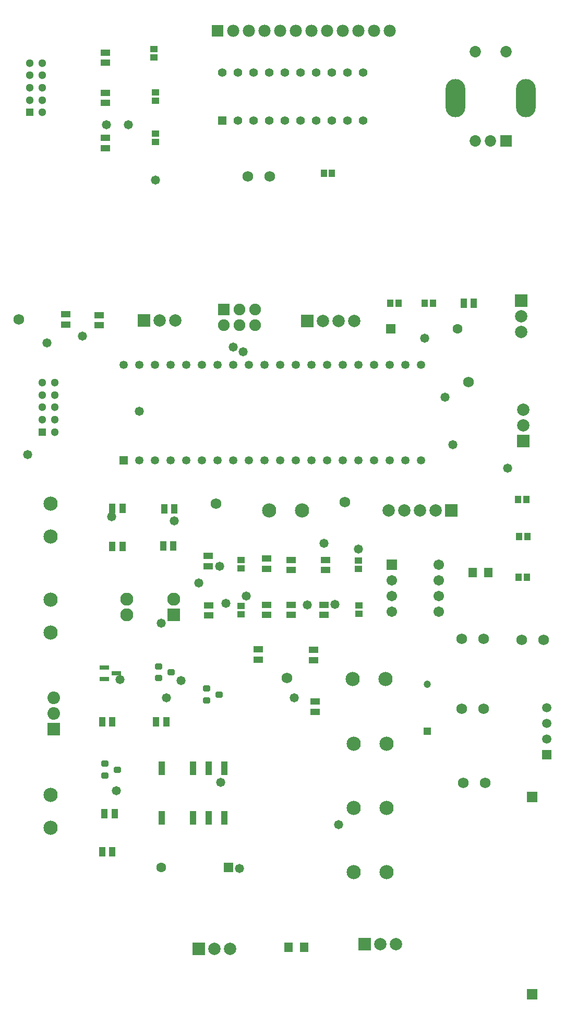
<source format=gts>
G04*
G04 #@! TF.GenerationSoftware,Altium Limited,Altium Designer,24.4.1 (13)*
G04*
G04 Layer_Color=8388736*
%FSLAX44Y44*%
%MOMM*%
G71*
G04*
G04 #@! TF.SameCoordinates,E03DAD19-A1D4-479A-945F-AA05C0C5925B*
G04*
G04*
G04 #@! TF.FilePolarity,Negative*
G04*
G01*
G75*
%ADD15R,1.5532X1.0532*%
%ADD16R,1.1532X1.0532*%
%ADD17R,1.0532X1.1532*%
%ADD18R,1.0532X1.5532*%
G04:AMPARAMS|DCode=19|XSize=1.1032mm|YSize=1.0032mm|CornerRadius=0.2016mm|HoleSize=0mm|Usage=FLASHONLY|Rotation=0.000|XOffset=0mm|YOffset=0mm|HoleType=Round|Shape=RoundedRectangle|*
%AMROUNDEDRECTD19*
21,1,1.1032,0.6000,0,0,0.0*
21,1,0.7000,1.0032,0,0,0.0*
1,1,0.4032,0.3500,-0.3000*
1,1,0.4032,-0.3500,-0.3000*
1,1,0.4032,-0.3500,0.3000*
1,1,0.4032,0.3500,0.3000*
%
%ADD19ROUNDEDRECTD19*%
%ADD20R,1.4632X1.6132*%
%ADD21R,1.0000X2.2000*%
%ADD22R,1.5432X0.8032*%
%ADD23R,1.7032X1.7032*%
%ADD24C,1.7032*%
%ADD25C,1.3000*%
%ADD26R,1.3000X1.3000*%
%ADD27C,1.7272*%
%ADD28C,1.2000*%
%ADD29R,1.2000X1.2000*%
%ADD30R,1.6000X1.6000*%
%ADD31C,1.6000*%
%ADD32C,2.3032*%
%ADD33C,1.4912*%
%ADD34R,1.4912X1.4912*%
%ADD35R,2.0032X2.0032*%
%ADD36C,2.0032*%
%ADD37R,1.7272X1.7272*%
%ADD38R,2.0482X2.0482*%
%ADD39C,2.0482*%
%ADD40R,2.1082X2.1082*%
%ADD41C,2.1082*%
%ADD42C,1.9812*%
%ADD43R,1.9812X1.9812*%
%ADD44C,1.3932*%
%ADD45R,1.3932X1.3932*%
%ADD46R,1.8532X1.8532*%
%ADD47C,1.8532*%
%ADD48O,3.2032X6.2032*%
%ADD49R,2.0032X2.0032*%
%ADD50C,1.3500*%
%ADD51R,1.3500X1.3500*%
%ADD52C,1.9024*%
%ADD53R,1.9024X1.9024*%
%ADD54C,1.4732*%
D15*
X1141730Y918850D02*
D03*
Y935350D02*
D03*
X1127760Y771530D02*
D03*
Y788030D02*
D03*
X1220470Y687070D02*
D03*
Y703570D02*
D03*
X1217930Y770890D02*
D03*
Y787390D02*
D03*
X1047750Y843280D02*
D03*
Y859780D02*
D03*
X1046480Y923290D02*
D03*
Y939790D02*
D03*
X1181100Y860420D02*
D03*
Y843920D02*
D03*
Y916940D02*
D03*
Y933440D02*
D03*
X1236980Y916940D02*
D03*
Y933440D02*
D03*
X1234440Y843920D02*
D03*
Y860420D02*
D03*
X1141730Y843920D02*
D03*
Y860420D02*
D03*
X880110Y1739900D02*
D03*
Y1756400D02*
D03*
Y1674500D02*
D03*
Y1691000D02*
D03*
Y1601480D02*
D03*
Y1617980D02*
D03*
X869950Y1313820D02*
D03*
Y1330320D02*
D03*
X815340Y1315090D02*
D03*
Y1331590D02*
D03*
D16*
X1099820Y858520D02*
D03*
Y845020D02*
D03*
Y932980D02*
D03*
Y919480D02*
D03*
X1291590Y859320D02*
D03*
Y845820D02*
D03*
X1290320Y932580D02*
D03*
Y919080D02*
D03*
X958850Y1761890D02*
D03*
Y1748390D02*
D03*
X961390Y1692040D02*
D03*
Y1678540D02*
D03*
Y1624730D02*
D03*
Y1611230D02*
D03*
D17*
X1355490Y1350010D02*
D03*
X1341990D02*
D03*
X1234040Y1560830D02*
D03*
X1247540D02*
D03*
X1563770Y905510D02*
D03*
X1550270D02*
D03*
X1564640Y971550D02*
D03*
X1551140D02*
D03*
X1562900Y1031240D02*
D03*
X1549400D02*
D03*
X1411770Y1350010D02*
D03*
X1398270D02*
D03*
D18*
X890900Y459740D02*
D03*
X874400D02*
D03*
X894710Y521970D02*
D03*
X878210D02*
D03*
X962030Y670560D02*
D03*
X978530D02*
D03*
X874400D02*
D03*
X890900D02*
D03*
X907410Y955040D02*
D03*
X890910D02*
D03*
X989960Y956310D02*
D03*
X973460D02*
D03*
X991860Y1016000D02*
D03*
X975360D02*
D03*
X907410Y1017270D02*
D03*
X890910D02*
D03*
X1461140Y1350010D02*
D03*
X1477640D02*
D03*
D19*
X879160Y602590D02*
D03*
Y583590D02*
D03*
X899160Y593090D02*
D03*
X966470Y760730D02*
D03*
Y741730D02*
D03*
X986470Y751230D02*
D03*
X1044100Y724510D02*
D03*
Y705510D02*
D03*
X1064100Y715010D02*
D03*
D20*
X1201890Y304800D02*
D03*
X1177290D02*
D03*
X1500740Y913130D02*
D03*
X1476140D02*
D03*
D21*
X971550Y594990D02*
D03*
X1022350D02*
D03*
X1047750D02*
D03*
X1073150D02*
D03*
Y514990D02*
D03*
X1047750D02*
D03*
X1022350D02*
D03*
X971550D02*
D03*
D22*
X897890Y749300D02*
D03*
X878190Y739800D02*
D03*
X878090Y758800D02*
D03*
D23*
X1344930Y925830D02*
D03*
D24*
Y900430D02*
D03*
Y875030D02*
D03*
Y849630D02*
D03*
X1421130Y925830D02*
D03*
Y900430D02*
D03*
Y875030D02*
D03*
Y849630D02*
D03*
D25*
X777080Y1739260D02*
D03*
Y1719260D02*
D03*
Y1699260D02*
D03*
Y1679260D02*
D03*
Y1659260D02*
D03*
X757080Y1739260D02*
D03*
Y1719260D02*
D03*
Y1699260D02*
D03*
Y1679260D02*
D03*
X797240Y1220780D02*
D03*
Y1200780D02*
D03*
Y1180780D02*
D03*
Y1160780D02*
D03*
Y1140780D02*
D03*
X777240Y1220780D02*
D03*
Y1200780D02*
D03*
Y1180780D02*
D03*
Y1160780D02*
D03*
D26*
X757080Y1659260D02*
D03*
X777240Y1140780D02*
D03*
D27*
X1174750Y741680D02*
D03*
X1496060Y571500D02*
D03*
X1460500D02*
D03*
X1493520Y692150D02*
D03*
X1457960D02*
D03*
X1059180Y1024890D02*
D03*
X1268730Y1027430D02*
D03*
X1146810Y1555750D02*
D03*
X1111250D02*
D03*
X1591310Y803910D02*
D03*
X1555750D02*
D03*
X739140Y1323340D02*
D03*
X1493520Y805180D02*
D03*
X1457960D02*
D03*
X1469390Y1221740D02*
D03*
D28*
X1402080Y731580D02*
D03*
D29*
Y655320D02*
D03*
D30*
X1342620Y1308100D02*
D03*
X1079270Y434340D02*
D03*
D31*
X1451380Y1308100D02*
D03*
X970510Y434340D02*
D03*
D32*
X1336040Y635000D02*
D03*
X1282700D02*
D03*
X1334770Y740410D02*
D03*
X1281430D02*
D03*
X1336040Y426720D02*
D03*
X1282700D02*
D03*
X1336040Y530860D02*
D03*
X1282700D02*
D03*
X791210Y499110D02*
D03*
Y552450D02*
D03*
Y815340D02*
D03*
Y868680D02*
D03*
Y971550D02*
D03*
Y1024890D02*
D03*
X1145540Y1013460D02*
D03*
X1198880D02*
D03*
D33*
X1596390Y693420D02*
D03*
Y668020D02*
D03*
Y642620D02*
D03*
D34*
Y617220D02*
D03*
D35*
X1031240Y302260D02*
D03*
X1300480Y309880D02*
D03*
X1441450Y1013460D02*
D03*
X1207770Y1320800D02*
D03*
X942340Y1322070D02*
D03*
D36*
X1056640Y302260D02*
D03*
X1082040D02*
D03*
X1325880Y309880D02*
D03*
X1351280D02*
D03*
X1558290Y1151890D02*
D03*
Y1177290D02*
D03*
X1554480Y1328420D02*
D03*
Y1303020D02*
D03*
X1390650Y1013460D02*
D03*
X1416050D02*
D03*
X1365250D02*
D03*
X1339850D02*
D03*
X1258570Y1320800D02*
D03*
X1233170D02*
D03*
X1283970D02*
D03*
X967740Y1322070D02*
D03*
X993140D02*
D03*
D37*
X1572260Y548600D02*
D03*
Y228600D02*
D03*
D38*
X796290Y659130D02*
D03*
D39*
Y684530D02*
D03*
Y709930D02*
D03*
D40*
X990600Y844550D02*
D03*
D41*
Y869950D02*
D03*
X914400D02*
D03*
Y844550D02*
D03*
D42*
X1214120Y1791970D02*
D03*
X1239520D02*
D03*
X1264920D02*
D03*
X1290320D02*
D03*
X1315720D02*
D03*
X1341120D02*
D03*
X1188720D02*
D03*
X1163320D02*
D03*
X1137920D02*
D03*
X1112520D02*
D03*
X1087120D02*
D03*
D43*
X1061720D02*
D03*
D44*
X1069340Y1723720D02*
D03*
X1094740D02*
D03*
X1120140D02*
D03*
X1145540D02*
D03*
X1170940D02*
D03*
X1196340D02*
D03*
X1221740D02*
D03*
X1247140D02*
D03*
X1272540D02*
D03*
X1297940D02*
D03*
Y1645920D02*
D03*
X1272540D02*
D03*
X1247140D02*
D03*
X1221740D02*
D03*
X1196340D02*
D03*
X1170940D02*
D03*
X1145540D02*
D03*
X1120140D02*
D03*
X1094740D02*
D03*
D45*
X1069340D02*
D03*
D46*
X1529950Y1612750D02*
D03*
D47*
X1479950D02*
D03*
X1529950Y1757750D02*
D03*
X1504950Y1612900D02*
D03*
X1479950Y1757750D02*
D03*
D48*
X1561950Y1682750D02*
D03*
X1447950D02*
D03*
D49*
X1558290Y1126490D02*
D03*
X1554480Y1353820D02*
D03*
D50*
X909320Y1249362D02*
D03*
X934720D02*
D03*
X960120D02*
D03*
X985520D02*
D03*
X1010920D02*
D03*
X1036320D02*
D03*
X1061720D02*
D03*
X1087120D02*
D03*
X1112520D02*
D03*
X1137920D02*
D03*
X1163320D02*
D03*
X1188720D02*
D03*
X1214120D02*
D03*
X1239520D02*
D03*
X1264920D02*
D03*
X1290320D02*
D03*
X1315720D02*
D03*
X1341120D02*
D03*
X1366520D02*
D03*
X1391920D02*
D03*
Y1095058D02*
D03*
X1366520D02*
D03*
X1341120D02*
D03*
X1315720D02*
D03*
X1290320D02*
D03*
X1264920D02*
D03*
X1239520D02*
D03*
X1214120D02*
D03*
X1188720D02*
D03*
X1163320D02*
D03*
X1137920D02*
D03*
X1112520D02*
D03*
X1087120D02*
D03*
X1061720D02*
D03*
X1036320D02*
D03*
X1010920D02*
D03*
X985520D02*
D03*
X960120D02*
D03*
X934720D02*
D03*
D51*
X909320D02*
D03*
D52*
X1122680Y1339850D02*
D03*
X1097280D02*
D03*
X1071880Y1314450D02*
D03*
X1097280D02*
D03*
X1122680D02*
D03*
D53*
X1071880Y1339850D02*
D03*
D54*
X991870Y996950D02*
D03*
X1065440Y923200D02*
D03*
X1087120Y1278890D02*
D03*
X1252220Y861060D02*
D03*
X970280Y830580D02*
D03*
X903478Y739140D02*
D03*
X1532465Y1081957D02*
D03*
X917072Y1638808D02*
D03*
X1075182Y862584D02*
D03*
X897128Y558800D02*
D03*
X934720Y1174496D02*
D03*
X1443482Y1120140D02*
D03*
X1397508Y1293114D02*
D03*
X785114Y1285240D02*
D03*
X842518Y1295908D02*
D03*
X1430782Y1197102D02*
D03*
X753872Y1104392D02*
D03*
X1186180Y709930D02*
D03*
X1258316Y503936D02*
D03*
X1066800Y572008D02*
D03*
X1097280Y432562D02*
D03*
X1030986Y895858D02*
D03*
X961390Y1549146D02*
D03*
X1103630Y1270508D02*
D03*
X1234440Y959866D02*
D03*
X1207770Y860420D02*
D03*
X978530Y709930D02*
D03*
X1290320Y950976D02*
D03*
X1002284Y737870D02*
D03*
X1107948Y874268D02*
D03*
X890270Y1003300D02*
D03*
X881380Y1638808D02*
D03*
M02*

</source>
